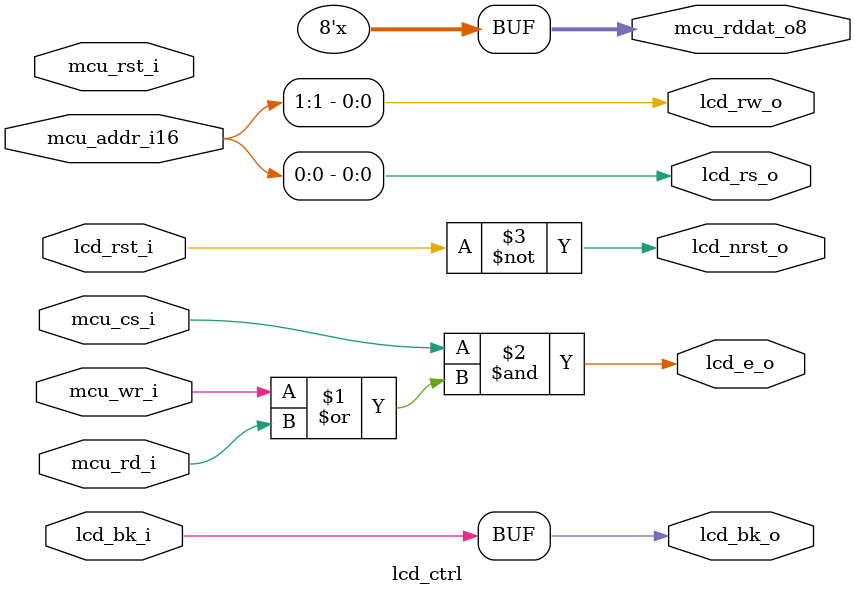
<source format=v>

module lcd_ctrl
(
    mcu_rst_i     ,
    mcu_cs_i      ,
    mcu_wr_i      ,
    mcu_rd_i      ,
    mcu_addr_i16  ,
    mcu_rddat_o8  ,
    
    lcd_rst_i     ,
    lcd_bk_i      ,
    lcd_nrst_o    ,
    lcd_bk_o      ,
    
    lcd_rs_o      ,
    lcd_rw_o      ,
    lcd_e_o       
);

    input         mcu_rst_i   ;
    input         mcu_cs_i    ;
    input         mcu_wr_i    ;
    input         mcu_rd_i    ;
    input [15:0]  mcu_addr_i16;
    output[7:0]   mcu_rddat_o8;
    
    input         lcd_rst_i   ;
    input         lcd_bk_i    ;
    output        lcd_rs_o    ;
    output        lcd_rw_o    ;
    output        lcd_e_o     ;
    output        lcd_nrst_o  ;
    output        lcd_bk_o    ;
    
//    assign  LED_CTRL=led_ctrl;
//    assign  V3_LCD_nRST=~lcd_rst;
    
    assign  lcd_e_o = mcu_cs_i&(mcu_wr_i|mcu_rd_i);//     ~(mcu_wr_n&mcu_rd_n);
    
//    assign  V3_LCD_RW =mcu_p2[1];
//    assign  V3_LCD_RS =mcu_p2[0];

    assign  lcd_rw_o    = mcu_addr_i16[1] ;
    assign  lcd_rs_o    = mcu_addr_i16[0] ;
    assign  lcd_nrst_o  = ~lcd_rst_i      ;
    assign  lcd_bk_o    = lcd_bk_i        ;
    assign  mcu_rddat_o8= 8'hzz           ;

////---------- high mcu addr decode ---------------//
//
//  assign  lcd_rs_o           = mcu_addr_i8[0];
//  
//  assign  lcd_wr_no          = ~mcu_wr_i;
//  assign  lcd_rd_no          = ~mcu_rd_i;
//  assign  lcd_cs_no          = ~mcu_cs_i;
//
////assign  lcd_dtio[7:0]       = mcu_wr_i ? mcu_wrdat_i[7:0] : 8'hz;
////assign  mcu_rddat_o[7:0]    = lcd_dtio[7:0];

//----------------------------------------------------------
endmodule


</source>
